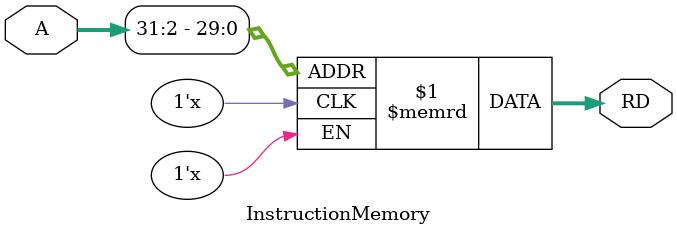
<source format=v>
module InstructionMemory(
    input  [31:0] A,
    output [31:0] RD
);

    reg [31:0] RAM [0:255];


    assign RD = RAM[A[31:2]];

endmodule

</source>
